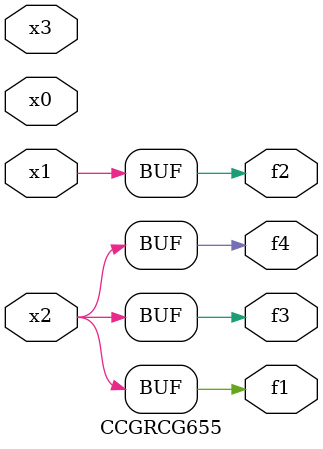
<source format=v>
module CCGRCG655(
	input x0, x1, x2, x3,
	output f1, f2, f3, f4
);
	assign f1 = x2;
	assign f2 = x1;
	assign f3 = x2;
	assign f4 = x2;
endmodule

</source>
